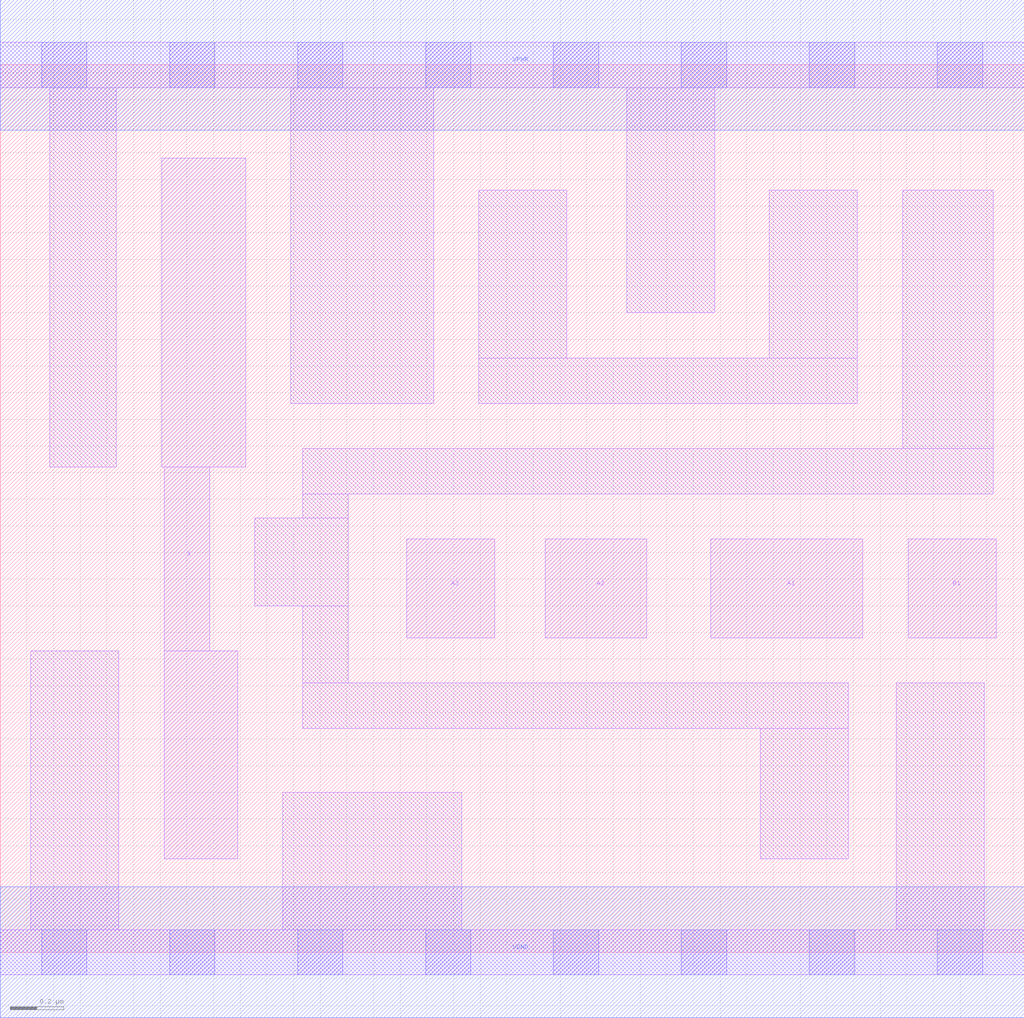
<source format=lef>
# Copyright 2020 The SkyWater PDK Authors
#
# Licensed under the Apache License, Version 2.0 (the "License");
# you may not use this file except in compliance with the License.
# You may obtain a copy of the License at
#
#     https://www.apache.org/licenses/LICENSE-2.0
#
# Unless required by applicable law or agreed to in writing, software
# distributed under the License is distributed on an "AS IS" BASIS,
# WITHOUT WARRANTIES OR CONDITIONS OF ANY KIND, either express or implied.
# See the License for the specific language governing permissions and
# limitations under the License.
#
# SPDX-License-Identifier: Apache-2.0

VERSION 5.5 ;
NAMESCASESENSITIVE ON ;
BUSBITCHARS "[]" ;
DIVIDERCHAR "/" ;
MACRO sky130_fd_sc_ls__a31o_2
  CLASS CORE ;
  SOURCE USER ;
  ORIGIN  0.000000  0.000000 ;
  SIZE  3.840000 BY  3.330000 ;
  SYMMETRY X Y ;
  SITE unit ;
  PIN A1
    ANTENNAGATEAREA  0.261000 ;
    DIRECTION INPUT ;
    USE SIGNAL ;
    PORT
      LAYER li1 ;
        RECT 2.665000 1.180000 3.235000 1.550000 ;
    END
  END A1
  PIN A2
    ANTENNAGATEAREA  0.261000 ;
    DIRECTION INPUT ;
    USE SIGNAL ;
    PORT
      LAYER li1 ;
        RECT 2.045000 1.180000 2.425000 1.550000 ;
    END
  END A2
  PIN A3
    ANTENNAGATEAREA  0.261000 ;
    DIRECTION INPUT ;
    USE SIGNAL ;
    PORT
      LAYER li1 ;
        RECT 1.525000 1.180000 1.855000 1.550000 ;
    END
  END A3
  PIN B1
    ANTENNAGATEAREA  0.261000 ;
    DIRECTION INPUT ;
    USE SIGNAL ;
    PORT
      LAYER li1 ;
        RECT 3.405000 1.180000 3.735000 1.550000 ;
    END
  END B1
  PIN X
    ANTENNADIFFAREA  0.543200 ;
    DIRECTION OUTPUT ;
    USE SIGNAL ;
    PORT
      LAYER li1 ;
        RECT 0.605000 1.820000 0.920000 2.980000 ;
        RECT 0.615000 0.350000 0.890000 1.130000 ;
        RECT 0.615000 1.130000 0.785000 1.820000 ;
    END
  END X
  PIN VGND
    DIRECTION INOUT ;
    SHAPE ABUTMENT ;
    USE GROUND ;
    PORT
      LAYER met1 ;
        RECT 0.000000 -0.245000 3.840000 0.245000 ;
    END
  END VGND
  PIN VNB
    DIRECTION INOUT ;
    USE GROUND ;
    PORT
    END
  END VNB
  PIN VPB
    DIRECTION INOUT ;
    USE POWER ;
    PORT
    END
  END VPB
  PIN VPWR
    DIRECTION INOUT ;
    SHAPE ABUTMENT ;
    USE POWER ;
    PORT
      LAYER met1 ;
        RECT 0.000000 3.085000 3.840000 3.575000 ;
    END
  END VPWR
  OBS
    LAYER li1 ;
      RECT 0.000000 -0.085000 3.840000 0.085000 ;
      RECT 0.000000  3.245000 3.840000 3.415000 ;
      RECT 0.115000  0.085000 0.445000 1.130000 ;
      RECT 0.185000  1.820000 0.435000 3.245000 ;
      RECT 0.955000  1.300000 1.305000 1.630000 ;
      RECT 1.060000  0.085000 1.730000 0.600000 ;
      RECT 1.090000  2.060000 1.625000 3.245000 ;
      RECT 1.135000  0.840000 3.180000 1.010000 ;
      RECT 1.135000  1.010000 1.305000 1.300000 ;
      RECT 1.135000  1.630000 1.305000 1.720000 ;
      RECT 1.135000  1.720000 3.725000 1.890000 ;
      RECT 1.795000  2.060000 3.215000 2.230000 ;
      RECT 1.795000  2.230000 2.125000 2.860000 ;
      RECT 2.350000  2.400000 2.680000 3.245000 ;
      RECT 2.850000  0.350000 3.180000 0.840000 ;
      RECT 2.885000  2.230000 3.215000 2.860000 ;
      RECT 3.360000  0.085000 3.690000 1.010000 ;
      RECT 3.385000  1.890000 3.725000 2.860000 ;
    LAYER mcon ;
      RECT 0.155000 -0.085000 0.325000 0.085000 ;
      RECT 0.155000  3.245000 0.325000 3.415000 ;
      RECT 0.635000 -0.085000 0.805000 0.085000 ;
      RECT 0.635000  3.245000 0.805000 3.415000 ;
      RECT 1.115000 -0.085000 1.285000 0.085000 ;
      RECT 1.115000  3.245000 1.285000 3.415000 ;
      RECT 1.595000 -0.085000 1.765000 0.085000 ;
      RECT 1.595000  3.245000 1.765000 3.415000 ;
      RECT 2.075000 -0.085000 2.245000 0.085000 ;
      RECT 2.075000  3.245000 2.245000 3.415000 ;
      RECT 2.555000 -0.085000 2.725000 0.085000 ;
      RECT 2.555000  3.245000 2.725000 3.415000 ;
      RECT 3.035000 -0.085000 3.205000 0.085000 ;
      RECT 3.035000  3.245000 3.205000 3.415000 ;
      RECT 3.515000 -0.085000 3.685000 0.085000 ;
      RECT 3.515000  3.245000 3.685000 3.415000 ;
  END
END sky130_fd_sc_ls__a31o_2
END LIBRARY

</source>
